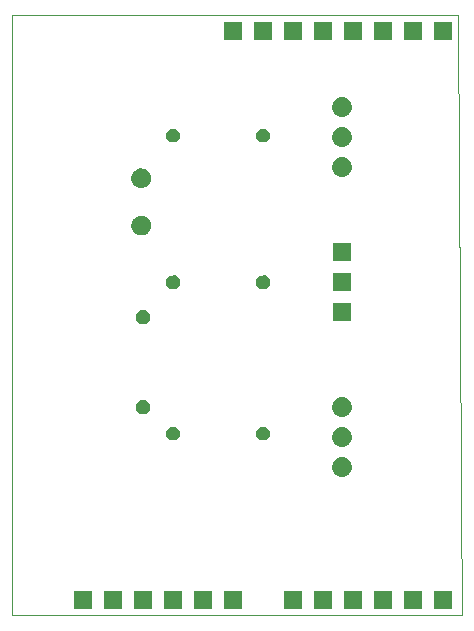
<source format=gts>
G75*
G71*
%OFA0B0*%
%FSLAX23Y23*%
%IPPOS*%
%LPD*%
%ADD10C,0.1*%
%LPD*%D10*
X0Y0D02*
X0Y100D01*
X0Y200D01*
X0Y300D01*
X0Y400D01*
X0Y500D01*
X0Y600D01*
X0Y700D01*
X0Y800D01*
X0Y900D01*
X0Y1000D01*
X0Y1100D01*
X0Y1200D01*
X0Y1300D01*
X0Y1400D01*
X0Y1500D01*
X0Y1600D01*
X0Y1700D01*
X0Y1800D01*
X0Y1900D01*
X0Y2000D01*
X0Y2100D01*
X0Y2200D01*
X0Y2300D01*
X0Y2400D01*
X0Y2500D01*
X0Y2600D01*
X0Y2700D01*
X0Y2800D01*
X0Y2900D01*
X0Y3000D01*
X0Y3100D01*
X0Y3200D01*
X0Y3300D01*
X0Y3400D01*
X0Y3500D01*
X0Y3600D01*
X0Y3700D01*
X0Y3800D01*
X0Y3900D01*
X0Y4000D01*
X0Y4100D01*
X0Y4200D01*
X0Y4300D01*
X0Y4400D01*
X0Y4500D01*
X0Y4600D01*
X0Y4700D01*
X0Y4800D01*
X0Y4900D01*
X0Y5000D01*
X0Y5100D01*
X0Y5200D01*
X0Y5300D01*
X0Y5400D01*
X0Y5500D01*
X0Y5600D01*
X0Y5700D01*
X0Y5800D01*
X0Y5900D01*
X0Y6000D01*
X0Y6100D01*
X0Y6200D01*
X0Y6300D01*
X0Y6400D01*
X0Y6500D01*
X0Y6600D01*
X0Y6700D01*
X0Y6800D01*
X0Y6900D01*
X0Y7000D01*
X0Y7100D01*
X0Y7200D01*
X0Y7300D01*
X0Y7400D01*
X0Y7500D01*
X0Y7600D01*
X0Y7700D01*
X0Y7800D01*
X0Y7900D01*
X0Y8000D01*
X0Y8100D01*
X0Y8200D01*
X0Y8300D01*
X0Y8400D01*
X0Y8500D01*
X0Y8600D01*
X0Y8700D01*
X0Y8800D01*
X0Y8900D01*
X0Y9000D01*
X0Y9100D01*
X0Y9200D01*
X0Y9300D01*
X0Y9400D01*
X0Y9500D01*
X0Y9600D01*
X0Y9700D01*
X0Y9800D01*
X0Y9900D01*
X0Y10000D01*
X0Y10100D01*
X0Y10200D01*
X0Y10300D01*
X0Y10400D01*
X0Y10500D01*
X0Y10600D01*
X0Y10700D01*
X0Y10800D01*
X0Y10900D01*
X0Y11000D01*
X0Y11100D01*
X0Y11200D01*
X0Y11300D01*
X0Y11400D01*
X0Y11500D01*
X0Y11600D01*
X0Y11700D01*
X0Y11800D01*
X0Y11900D01*
X0Y12000D01*
X0Y12100D01*
X0Y12200D01*
X0Y12300D01*
X0Y12400D01*
X0Y12500D01*
X0Y12600D01*
X0Y12700D01*
X0Y12800D01*
X0Y12900D01*
X0Y13000D01*
X0Y13100D01*
X0Y13200D01*
X0Y13300D01*
X0Y13400D01*
X0Y13500D01*
X0Y13600D01*
X0Y13700D01*
X0Y13800D01*
X0Y13900D01*
X0Y14000D01*
X0Y14100D01*
X0Y14200D01*
X0Y14300D01*
X0Y14400D01*
X0Y14500D01*
X0Y14600D01*
X0Y14700D01*
X0Y14800D01*
X0Y14900D01*
X0Y15000D01*
X0Y15100D01*
X0Y15200D01*
X0Y15300D01*
X0Y15400D01*
X0Y15500D01*
X0Y15600D01*
X0Y15700D01*
X0Y15800D01*
X0Y15900D01*
X0Y16000D01*
X0Y16100D01*
X0Y16200D01*
X0Y16300D01*
X0Y16400D01*
X0Y16500D01*
X0Y16600D01*
X0Y16700D01*
X0Y16800D01*
X0Y16900D01*
X0Y17000D01*
X0Y17100D01*
X0Y17200D01*
X0Y17300D01*
X0Y17400D01*
X0Y17500D01*
X0Y17600D01*
X0Y17700D01*
X0Y17800D01*
X0Y17900D01*
X0Y18000D01*
X0Y18100D01*
X0Y18200D01*
X0Y18300D01*
X0Y18400D01*
X0Y18500D01*
X0Y18600D01*
X0Y18700D01*
X0Y18800D01*
X0Y18900D01*
X0Y19000D01*
X0Y19100D01*
X0Y19200D01*
X0Y19300D01*
X0Y19400D01*
X0Y19500D01*
X0Y19600D01*
X0Y19700D01*
X0Y19800D01*
X0Y19900D01*
X0Y20000D01*
X0Y20100D01*
X0Y20200D01*
X0Y20300D01*
X0Y20400D01*
X0Y20500D01*
X0Y20600D01*
X0Y20700D01*
X0Y20800D01*
X0Y20900D01*
X0Y21000D01*
X0Y21100D01*
X0Y21200D01*
X0Y21300D01*
X0Y21400D01*
X0Y21500D01*
X0Y21600D01*
X0Y21700D01*
X0Y21800D01*
X0Y21900D01*
X0Y22000D01*
X0Y22100D01*
X0Y22200D01*
X0Y22300D01*
X0Y22400D01*
X0Y22500D01*
X0Y22600D01*
X0Y22700D01*
X0Y22800D01*
X0Y22900D01*
X0Y23000D01*
X0Y23100D01*
X0Y23200D01*
X0Y23300D01*
X0Y23400D01*
X0Y23500D01*
X0Y23600D01*
X0Y23700D01*
X0Y23800D01*
X0Y23900D01*
X0Y24000D01*
X0Y24100D01*
X0Y24200D01*
X0Y24300D01*
X0Y24400D01*
X0Y24500D01*
X0Y24600D01*
X0Y24700D01*
X0Y24800D01*
X0Y24900D01*
X0Y25000D01*
X0Y25100D01*
X0Y25200D01*
X0Y25300D01*
X0Y25400D01*
X0Y25500D01*
X0Y25600D01*
X0Y25700D01*
X0Y25800D01*
X0Y25900D01*
X0Y26000D01*
X0Y26100D01*
X0Y26200D01*
X0Y26300D01*
X0Y26400D01*
X0Y26500D01*
X0Y26600D01*
X0Y26700D01*
X0Y26800D01*
X0Y26900D01*
X0Y27000D01*
X0Y27100D01*
X0Y27200D01*
X0Y27300D01*
X0Y27400D01*
X0Y27500D01*
X0Y27600D01*
X0Y27700D01*
X0Y27800D01*
X0Y27900D01*
X0Y28000D01*
X0Y28100D01*
X0Y28200D01*
X0Y28300D01*
X0Y28400D01*
X0Y28500D01*
X0Y28600D01*
X0Y28700D01*
X0Y28800D01*
X0Y28900D01*
X0Y29000D01*
X0Y29100D01*
X0Y29200D01*
X0Y29300D01*
X0Y29400D01*
X0Y29500D01*
X0Y29600D01*
X0Y29700D01*
X0Y29800D01*
X0Y29900D01*
X0Y30000D01*
X0Y30100D01*
X0Y30200D01*
X0Y30300D01*
X0Y30400D01*
X0Y30500D01*
X0Y30600D01*
X0Y30700D01*
X0Y30800D01*
X0Y30900D01*
X0Y31000D01*
X0Y31100D01*
X0Y31200D01*
X0Y31300D01*
X0Y31400D01*
X0Y31500D01*
X0Y31600D01*
X0Y31700D01*
X0Y31800D01*
X0Y31900D01*
X0Y32000D01*
X0Y32100D01*
X0Y32200D01*
X0Y32300D01*
X0Y32400D01*
X0Y32500D01*
X0Y32600D01*
X0Y32700D01*
X0Y32800D01*
X0Y32900D01*
X0Y33000D01*
X0Y33100D01*
X0Y33200D01*
X0Y33300D01*
X0Y33400D01*
X0Y33500D01*
X0Y33600D01*
X0Y33700D01*
X0Y33800D01*
X0Y33900D01*
X0Y34000D01*
X0Y34100D01*
X0Y34200D01*
X0Y34300D01*
X0Y34400D01*
X0Y34500D01*
X0Y34600D01*
X0Y34700D01*
X0Y34800D01*
X0Y34900D01*
X0Y35000D01*
X0Y35100D01*
X0Y35200D01*
X0Y35300D01*
X0Y35400D01*
X0Y35500D01*
X0Y35600D01*
X0Y35700D01*
X0Y35800D01*
X0Y35900D01*
X0Y36000D01*
X0Y36100D01*
X0Y36200D01*
X0Y36300D01*
X0Y36400D01*
X0Y36500D01*
X0Y36600D01*
X0Y36700D01*
X0Y36800D01*
X0Y36900D01*
X0Y37000D01*
X0Y37100D01*
X0Y37200D01*
X0Y37300D01*
X0Y37400D01*
X0Y37500D01*
X0Y37600D01*
X0Y37700D01*
X0Y37800D01*
X0Y37900D01*
X0Y38000D01*
X0Y38100D01*
X0Y38200D01*
X0Y38300D01*
X0Y38400D01*
X0Y38500D01*
X0Y38600D01*
X0Y38700D01*
X0Y38800D01*
X0Y38900D01*
X0Y39000D01*
X0Y39100D01*
X0Y39200D01*
X0Y39300D01*
X0Y39400D01*
X0Y39500D01*
X0Y39600D01*
X0Y39700D01*
X0Y39800D01*
X0Y39900D01*
X0Y40000D01*
X0Y40100D01*
X0Y40200D01*
X0Y40300D01*
X0Y40400D01*
X0Y40500D01*
X0Y40600D01*
X0Y40700D01*
X0Y40800D01*
X0Y40900D01*
X0Y41000D01*
X0Y41100D01*
X0Y41200D01*
X0Y41300D01*
X0Y41400D01*
X0Y41500D01*
X0Y41600D01*
X0Y41700D01*
X0Y41800D01*
X0Y41900D01*
X0Y42000D01*
X0Y42100D01*
X0Y42200D01*
X0Y42300D01*
X0Y42400D01*
X0Y42500D01*
X0Y42600D01*
X0Y42700D01*
X0Y42800D01*
X0Y42900D01*
X0Y43000D01*
X0Y43100D01*
X0Y43200D01*
X0Y43300D01*
X0Y43400D01*
X0Y43500D01*
X0Y43600D01*
X0Y43700D01*
X0Y43800D01*
X0Y43900D01*
X0Y44000D01*
X0Y44100D01*
X0Y44200D01*
X0Y44300D01*
X0Y44400D01*
X0Y44500D01*
X0Y44600D01*
X0Y44700D01*
X0Y44800D01*
X0Y44900D01*
X0Y45000D01*
X0Y45100D01*
X0Y45200D01*
X0Y45300D01*
X0Y45400D01*
X0Y45500D01*
X0Y45600D01*
X0Y45700D01*
X0Y45800D01*
X0Y45900D01*
X0Y46000D01*
X0Y46100D01*
X0Y46200D01*
X0Y46300D01*
X0Y46400D01*
X0Y46500D01*
X0Y46600D01*
X0Y46700D01*
X0Y46800D01*
X0Y46900D01*
X0Y47000D01*
X0Y47100D01*
X0Y47200D01*
X0Y47300D01*
X0Y47400D01*
X0Y47500D01*
X0Y47600D01*
X0Y47700D01*
X0Y47800D01*
X0Y47900D01*
X0Y48000D01*
X0Y48100D01*
X0Y48200D01*
X0Y48300D01*
X0Y48400D01*
X0Y48500D01*
X0Y48600D01*
X0Y48700D01*
X0Y48800D01*
X0Y48900D01*
X0Y49000D01*
X0Y49100D01*
X0Y49200D01*
X0Y49300D01*
X0Y49400D01*
X0Y49500D01*
X0Y49600D01*
X0Y49700D01*
X0Y49800D01*
X0Y49900D01*
X0Y50000D01*
X0Y50100D01*
X0Y50200D01*
X0Y50300D01*
X0Y50400D01*
X0Y50500D01*
X0Y50600D01*
X0Y50700D01*
X0Y50800D01*
X100Y50800D01*
X200Y50800D01*
X300Y50800D01*
X400Y50800D01*
X500Y50800D01*
X600Y50800D01*
X699Y50800D01*
X799Y50800D01*
X899Y50800D01*
X999Y50800D01*
X1099Y50800D01*
X1199Y50800D01*
X1299Y50800D01*
X1399Y50800D01*
X1499Y50800D01*
X1599Y50800D01*
X1699Y50800D01*
X1799Y50800D01*
X1899Y50800D01*
X1999Y50800D01*
X2098Y50800D01*
X2198Y50800D01*
X2298Y50800D01*
X2398Y50800D01*
X2498Y50800D01*
X2598Y50800D01*
X2698Y50800D01*
X2798Y50800D01*
X2898Y50800D01*
X2998Y50800D01*
X3098Y50800D01*
X3198Y50800D01*
X3298Y50800D01*
X3397Y50800D01*
X3497Y50800D01*
X3597Y50800D01*
X3697Y50800D01*
X3797Y50800D01*
X3897Y50800D01*
X3997Y50800D01*
X4097Y50800D01*
X4197Y50800D01*
X4297Y50800D01*
X4397Y50800D01*
X4497Y50800D01*
X4597Y50800D01*
X4696Y50800D01*
X4796Y50800D01*
X4896Y50800D01*
X4996Y50800D01*
X5096Y50800D01*
X5196Y50800D01*
X5296Y50800D01*
X5396Y50800D01*
X5496Y50800D01*
X5596Y50800D01*
X5696Y50800D01*
X5796Y50800D01*
X5896Y50800D01*
X5995Y50800D01*
X6095Y50800D01*
X6195Y50800D01*
X6295Y50800D01*
X6395Y50800D01*
X6495Y50800D01*
X6595Y50800D01*
X6695Y50800D01*
X6795Y50800D01*
X6895Y50800D01*
X6995Y50800D01*
X7095Y50800D01*
X7195Y50800D01*
X7295Y50800D01*
X7394Y50800D01*
X7494Y50800D01*
X7594Y50800D01*
X7694Y50800D01*
X7794Y50800D01*
X7894Y50800D01*
X7994Y50800D01*
X8094Y50800D01*
X8194Y50800D01*
X8294Y50800D01*
X8394Y50800D01*
X8494Y50800D01*
X8594Y50800D01*
X8693Y50800D01*
X8793Y50800D01*
X8893Y50800D01*
X8993Y50800D01*
X9093Y50800D01*
X9193Y50800D01*
X9293Y50800D01*
X9393Y50800D01*
X9493Y50800D01*
X9593Y50800D01*
X9693Y50800D01*
X9793Y50800D01*
X9893Y50800D01*
X9992Y50800D01*
X10092Y50800D01*
X10192Y50800D01*
X10292Y50800D01*
X10392Y50800D01*
X10492Y50800D01*
X10592Y50800D01*
X10692Y50800D01*
X10792Y50800D01*
X10892Y50800D01*
X10992Y50800D01*
X11092Y50800D01*
X11192Y50800D01*
X11292Y50800D01*
X11391Y50800D01*
X11491Y50800D01*
X11591Y50800D01*
X11691Y50800D01*
X11791Y50800D01*
X11891Y50800D01*
X11991Y50800D01*
X12091Y50800D01*
X12191Y50800D01*
X12291Y50800D01*
X12391Y50800D01*
X12491Y50800D01*
X12591Y50800D01*
X12690Y50800D01*
X12790Y50800D01*
X12890Y50800D01*
X12990Y50800D01*
X13090Y50800D01*
X13190Y50800D01*
X13290Y50800D01*
X13390Y50800D01*
X13490Y50800D01*
X13590Y50800D01*
X13690Y50800D01*
X13790Y50800D01*
X13890Y50800D01*
X13989Y50800D01*
X14089Y50800D01*
X14189Y50800D01*
X14289Y50800D01*
X14389Y50800D01*
X14489Y50800D01*
X14589Y50800D01*
X14689Y50800D01*
X14789Y50800D01*
X14889Y50800D01*
X14989Y50800D01*
X15089Y50800D01*
X15189Y50800D01*
X15289Y50800D01*
X15388Y50800D01*
X15488Y50800D01*
X15588Y50800D01*
X15688Y50800D01*
X15788Y50800D01*
X15888Y50800D01*
X15988Y50800D01*
X16088Y50800D01*
X16188Y50800D01*
X16288Y50800D01*
X16388Y50800D01*
X16488Y50800D01*
X16588Y50800D01*
X16687Y50800D01*
X16787Y50800D01*
X16887Y50800D01*
X16987Y50800D01*
X17087Y50800D01*
X17187Y50800D01*
X17287Y50800D01*
X17387Y50800D01*
X17487Y50800D01*
X17587Y50800D01*
X17687Y50800D01*
X17787Y50800D01*
X17887Y50800D01*
X17987Y50800D01*
X18086Y50800D01*
X18186Y50800D01*
X18286Y50800D01*
X18386Y50800D01*
X18486Y50800D01*
X18586Y50800D01*
X18686Y50800D01*
X18786Y50800D01*
X18886Y50800D01*
X18986Y50800D01*
X19086Y50800D01*
X19186Y50800D01*
X19286Y50800D01*
X19385Y50800D01*
X19485Y50800D01*
X19585Y50800D01*
X19685Y50800D01*
X19785Y50800D01*
X19885Y50800D01*
X19985Y50800D01*
X20085Y50800D01*
X20185Y50800D01*
X20285Y50800D01*
X20385Y50800D01*
X20485Y50800D01*
X20585Y50800D01*
X20684Y50800D01*
X20784Y50800D01*
X20884Y50800D01*
X20984Y50800D01*
X21084Y50800D01*
X21184Y50800D01*
X21284Y50800D01*
X21384Y50800D01*
X21484Y50800D01*
X21584Y50800D01*
X21684Y50800D01*
X21784Y50800D01*
X21884Y50800D01*
X21984Y50800D01*
X22083Y50800D01*
X22183Y50800D01*
X22283Y50800D01*
X22383Y50800D01*
X22483Y50800D01*
X22583Y50800D01*
X22683Y50800D01*
X22783Y50800D01*
X22883Y50800D01*
X22983Y50800D01*
X23083Y50800D01*
X23183Y50800D01*
X23283Y50800D01*
X23382Y50800D01*
X23482Y50800D01*
X23582Y50800D01*
X23682Y50800D01*
X23782Y50800D01*
X23882Y50800D01*
X23982Y50800D01*
X24082Y50800D01*
X24182Y50800D01*
X24282Y50800D01*
X24382Y50800D01*
X24482Y50800D01*
X24582Y50800D01*
X24682Y50800D01*
X24781Y50800D01*
X24881Y50800D01*
X24981Y50800D01*
X25081Y50800D01*
X25181Y50800D01*
X25281Y50800D01*
X25381Y50800D01*
X25481Y50800D01*
X25581Y50800D01*
X25681Y50800D01*
X25781Y50800D01*
X25881Y50800D01*
X25981Y50800D01*
X26080Y50800D01*
X26180Y50800D01*
X26280Y50800D01*
X26380Y50800D01*
X26480Y50800D01*
X26580Y50800D01*
X26680Y50800D01*
X26780Y50800D01*
X26880Y50800D01*
X26980Y50800D01*
X27080Y50800D01*
X27180Y50800D01*
X27280Y50800D01*
X27379Y50800D01*
X27479Y50800D01*
X27579Y50800D01*
X27679Y50800D01*
X27779Y50800D01*
X27879Y50800D01*
X27979Y50800D01*
X28079Y50800D01*
X28179Y50800D01*
X28279Y50800D01*
X28379Y50800D01*
X28479Y50800D01*
X28579Y50800D01*
X28679Y50800D01*
X28778Y50800D01*
X28878Y50800D01*
X28978Y50800D01*
X29078Y50800D01*
X29178Y50800D01*
X29278Y50800D01*
X29378Y50800D01*
X29478Y50800D01*
X29578Y50800D01*
X29678Y50800D01*
X29778Y50800D01*
X29878Y50800D01*
X29978Y50800D01*
X30077Y50800D01*
X30177Y50800D01*
X30277Y50800D01*
X30377Y50800D01*
X30477Y50800D01*
X30577Y50800D01*
X30677Y50800D01*
X30777Y50800D01*
X30877Y50800D01*
X30977Y50800D01*
X31077Y50800D01*
X31177Y50800D01*
X31277Y50800D01*
X31377Y50800D01*
X31476Y50800D01*
X31576Y50800D01*
X31676Y50800D01*
X31776Y50800D01*
X31876Y50800D01*
X31976Y50800D01*
X32076Y50800D01*
X32176Y50800D01*
X32276Y50800D01*
X32376Y50800D01*
X32476Y50800D01*
X32576Y50800D01*
X32676Y50800D01*
X32775Y50800D01*
X32875Y50800D01*
X32975Y50800D01*
X33075Y50800D01*
X33175Y50800D01*
X33275Y50800D01*
X33375Y50800D01*
X33475Y50800D01*
X33575Y50800D01*
X33675Y50800D01*
X33775Y50800D01*
X33875Y50800D01*
X33975Y50800D01*
X34075Y50800D01*
X34174Y50800D01*
X34274Y50800D01*
X34374Y50800D01*
X34474Y50800D01*
X34574Y50800D01*
X34674Y50800D01*
X34774Y50800D01*
X34874Y50800D01*
X34974Y50800D01*
X35074Y50800D01*
X35174Y50800D01*
X35274Y50800D01*
X35374Y50800D01*
X35473Y50800D01*
X35573Y50800D01*
X35673Y50800D01*
X35773Y50800D01*
X35873Y50800D01*
X35973Y50800D01*
X36073Y50800D01*
X36173Y50800D01*
X36273Y50800D01*
X36373Y50800D01*
X36473Y50800D01*
X36573Y50800D01*
X36673Y50800D01*
X36773Y50800D01*
X36872Y50800D01*
X36972Y50800D01*
X37072Y50800D01*
X37172Y50800D01*
X37272Y50800D01*
X37372Y50800D01*
X37472Y50800D01*
X37572Y50800D01*
X37672Y50800D01*
X37772Y50800D01*
X37772Y50700D01*
X37773Y50600D01*
X37774Y50501D01*
X37774Y50401D01*
X37775Y50301D01*
X37776Y50201D01*
X37776Y50101D01*
X37777Y50002D01*
X37778Y49902D01*
X37778Y49802D01*
X37779Y49702D01*
X37780Y49602D01*
X37780Y49503D01*
X37781Y49403D01*
X37782Y49303D01*
X37782Y49203D01*
X37783Y49103D01*
X37783Y49004D01*
X37784Y48904D01*
X37785Y48804D01*
X37785Y48704D01*
X37786Y48604D01*
X37787Y48505D01*
X37787Y48405D01*
X37788Y48305D01*
X37789Y48205D01*
X37789Y48105D01*
X37790Y48006D01*
X37791Y47906D01*
X37791Y47806D01*
X37792Y47706D01*
X37792Y47606D01*
X37793Y47507D01*
X37794Y47407D01*
X37794Y47307D01*
X37795Y47207D01*
X37796Y47107D01*
X37796Y47007D01*
X37797Y46908D01*
X37798Y46808D01*
X37798Y46708D01*
X37799Y46608D01*
X37800Y46508D01*
X37800Y46409D01*
X37801Y46309D01*
X37801Y46209D01*
X37802Y46109D01*
X37803Y46009D01*
X37803Y45910D01*
X37804Y45810D01*
X37805Y45710D01*
X37805Y45610D01*
X37806Y45510D01*
X37807Y45411D01*
X37807Y45311D01*
X37808Y45211D01*
X37809Y45111D01*
X37809Y45011D01*
X37810Y44912D01*
X37811Y44812D01*
X37811Y44712D01*
X37812Y44612D01*
X37812Y44512D01*
X37813Y44413D01*
X37814Y44313D01*
X37814Y44213D01*
X37815Y44113D01*
X37816Y44013D01*
X37816Y43914D01*
X37817Y43814D01*
X37818Y43714D01*
X37818Y43614D01*
X37819Y43514D01*
X37820Y43415D01*
X37820Y43315D01*
X37821Y43215D01*
X37821Y43115D01*
X37822Y43015D01*
X37823Y42916D01*
X37823Y42816D01*
X37824Y42716D01*
X37825Y42616D01*
X37825Y42516D01*
X37826Y42417D01*
X37827Y42317D01*
X37827Y42217D01*
X37828Y42117D01*
X37829Y42017D01*
X37829Y41918D01*
X37830Y41818D01*
X37831Y41718D01*
X37831Y41618D01*
X37832Y41518D01*
X37832Y41419D01*
X37833Y41319D01*
X37834Y41219D01*
X37834Y41119D01*
X37835Y41019D01*
X37836Y40920D01*
X37836Y40820D01*
X37837Y40720D01*
X37838Y40620D01*
X37838Y40520D01*
X37839Y40420D01*
X37840Y40321D01*
X37840Y40221D01*
X37841Y40121D01*
X37841Y40021D01*
X37842Y39921D01*
X37843Y39822D01*
X37843Y39722D01*
X37844Y39622D01*
X37845Y39522D01*
X37845Y39422D01*
X37846Y39323D01*
X37847Y39223D01*
X37847Y39123D01*
X37848Y39023D01*
X37849Y38923D01*
X37849Y38824D01*
X37850Y38724D01*
X37850Y38624D01*
X37851Y38524D01*
X37852Y38424D01*
X37852Y38325D01*
X37853Y38225D01*
X37854Y38125D01*
X37854Y38025D01*
X37855Y37925D01*
X37856Y37826D01*
X37856Y37726D01*
X37857Y37626D01*
X37858Y37526D01*
X37858Y37426D01*
X37859Y37327D01*
X37860Y37227D01*
X37860Y37127D01*
X37861Y37027D01*
X37861Y36927D01*
X37862Y36828D01*
X37863Y36728D01*
X37863Y36628D01*
X37864Y36528D01*
X37865Y36428D01*
X37865Y36329D01*
X37866Y36229D01*
X37867Y36129D01*
X37867Y36029D01*
X37868Y35929D01*
X37869Y35830D01*
X37869Y35730D01*
X37870Y35630D01*
X37870Y35530D01*
X37871Y35430D01*
X37872Y35331D01*
X37872Y35231D01*
X37873Y35131D01*
X37874Y35031D01*
X37874Y34931D01*
X37875Y34832D01*
X37876Y34732D01*
X37876Y34632D01*
X37877Y34532D01*
X37878Y34432D01*
X37878Y34332D01*
X37879Y34233D01*
X37880Y34133D01*
X37880Y34033D01*
X37881Y33933D01*
X37881Y33833D01*
X37882Y33734D01*
X37883Y33634D01*
X37883Y33534D01*
X37884Y33434D01*
X37885Y33334D01*
X37885Y33235D01*
X37886Y33135D01*
X37887Y33035D01*
X37887Y32935D01*
X37888Y32835D01*
X37889Y32736D01*
X37889Y32636D01*
X37890Y32536D01*
X37890Y32436D01*
X37891Y32336D01*
X37892Y32237D01*
X37892Y32137D01*
X37893Y32037D01*
X37894Y31937D01*
X37894Y31837D01*
X37895Y31738D01*
X37896Y31638D01*
X37896Y31538D01*
X37897Y31438D01*
X37898Y31338D01*
X37898Y31239D01*
X37899Y31139D01*
X37899Y31039D01*
X37900Y30939D01*
X37901Y30839D01*
X37901Y30740D01*
X37902Y30640D01*
X37903Y30540D01*
X37903Y30440D01*
X37904Y30340D01*
X37905Y30241D01*
X37905Y30141D01*
X37906Y30041D01*
X37907Y29941D01*
X37907Y29841D01*
X37908Y29742D01*
X37909Y29642D01*
X37909Y29542D01*
X37910Y29442D01*
X37910Y29342D01*
X37911Y29243D01*
X37912Y29143D01*
X37912Y29043D01*
X37913Y28943D01*
X37914Y28843D01*
X37914Y28744D01*
X37915Y28644D01*
X37916Y28544D01*
X37916Y28444D01*
X37917Y28344D01*
X37918Y28245D01*
X37918Y28145D01*
X37919Y28045D01*
X37919Y27945D01*
X37920Y27845D01*
X37921Y27745D01*
X37921Y27646D01*
X37922Y27546D01*
X37923Y27446D01*
X37923Y27346D01*
X37924Y27246D01*
X37925Y27147D01*
X37925Y27047D01*
X37926Y26947D01*
X37927Y26847D01*
X37927Y26747D01*
X37928Y26648D01*
X37929Y26548D01*
X37929Y26448D01*
X37930Y26348D01*
X37930Y26248D01*
X37931Y26149D01*
X37932Y26049D01*
X37932Y25949D01*
X37933Y25849D01*
X37934Y25749D01*
X37934Y25650D01*
X37935Y25550D01*
X37936Y25450D01*
X37936Y25350D01*
X37937Y25250D01*
X37938Y25151D01*
X37938Y25051D01*
X37939Y24951D01*
X37939Y24851D01*
X37940Y24751D01*
X37941Y24652D01*
X37941Y24552D01*
X37942Y24452D01*
X37943Y24352D01*
X37943Y24252D01*
X37944Y24153D01*
X37945Y24053D01*
X37945Y23953D01*
X37946Y23853D01*
X37947Y23753D01*
X37947Y23654D01*
X37948Y23554D01*
X37948Y23454D01*
X37949Y23354D01*
X37950Y23254D01*
X37950Y23155D01*
X37951Y23055D01*
X37952Y22955D01*
X37952Y22855D01*
X37953Y22755D01*
X37954Y22656D01*
X37954Y22556D01*
X37955Y22456D01*
X37956Y22356D01*
X37956Y22256D01*
X37957Y22157D01*
X37958Y22057D01*
X37958Y21957D01*
X37959Y21857D01*
X37959Y21757D01*
X37960Y21657D01*
X37961Y21558D01*
X37961Y21458D01*
X37962Y21358D01*
X37963Y21258D01*
X37963Y21158D01*
X37964Y21059D01*
X37965Y20959D01*
X37965Y20859D01*
X37966Y20759D01*
X37967Y20659D01*
X37967Y20560D01*
X37968Y20460D01*
X37968Y20360D01*
X37969Y20260D01*
X37970Y20160D01*
X37970Y20061D01*
X37971Y19961D01*
X37972Y19861D01*
X37972Y19761D01*
X37973Y19661D01*
X37974Y19562D01*
X37974Y19462D01*
X37975Y19362D01*
X37976Y19262D01*
X37976Y19162D01*
X37977Y19063D01*
X37978Y18963D01*
X37978Y18863D01*
X37979Y18763D01*
X37979Y18663D01*
X37980Y18564D01*
X37981Y18464D01*
X37981Y18364D01*
X37982Y18264D01*
X37983Y18164D01*
X37983Y18065D01*
X37984Y17965D01*
X37985Y17865D01*
X37985Y17765D01*
X37986Y17665D01*
X37987Y17566D01*
X37987Y17466D01*
X37988Y17366D01*
X37988Y17266D01*
X37989Y17166D01*
X37990Y17067D01*
X37990Y16967D01*
X37991Y16867D01*
X37992Y16767D01*
X37992Y16667D01*
X37993Y16568D01*
X37994Y16468D01*
X37994Y16368D01*
X37995Y16268D01*
X37996Y16168D01*
X37996Y16068D01*
X37997Y15969D01*
X37997Y15869D01*
X37998Y15769D01*
X37999Y15669D01*
X37999Y15569D01*
X38000Y15470D01*
X38001Y15370D01*
X38001Y15270D01*
X38002Y15170D01*
X38003Y15070D01*
X38003Y14971D01*
X38004Y14871D01*
X38005Y14771D01*
X38005Y14671D01*
X38006Y14571D01*
X38007Y14472D01*
X38007Y14372D01*
X38008Y14272D01*
X38008Y14172D01*
X38009Y14072D01*
X38010Y13973D01*
X38010Y13873D01*
X38011Y13773D01*
X38012Y13673D01*
X38012Y13573D01*
X38013Y13474D01*
X38014Y13374D01*
X38014Y13274D01*
X38015Y13174D01*
X38016Y13074D01*
X38016Y12975D01*
X38017Y12875D01*
X38017Y12775D01*
X38018Y12675D01*
X38019Y12575D01*
X38019Y12476D01*
X38020Y12376D01*
X38021Y12276D01*
X38021Y12176D01*
X38022Y12076D01*
X38023Y11977D01*
X38023Y11877D01*
X38024Y11777D01*
X38025Y11677D01*
X38025Y11577D01*
X38026Y11478D01*
X38027Y11378D01*
X38027Y11278D01*
X38028Y11178D01*
X38028Y11078D01*
X38029Y10979D01*
X38030Y10879D01*
X38030Y10779D01*
X38031Y10679D01*
X38032Y10579D01*
X38032Y10479D01*
X38033Y10380D01*
X38034Y10280D01*
X38034Y10180D01*
X38035Y10080D01*
X38036Y9980D01*
X38036Y9881D01*
X38037Y9781D01*
X38037Y9681D01*
X38038Y9581D01*
X38039Y9481D01*
X38039Y9382D01*
X38040Y9282D01*
X38041Y9182D01*
X38041Y9082D01*
X38042Y8982D01*
X38043Y8883D01*
X38043Y8783D01*
X38044Y8683D01*
X38045Y8583D01*
X38045Y8483D01*
X38046Y8384D01*
X38046Y8284D01*
X38047Y8184D01*
X38048Y8084D01*
X38048Y7984D01*
X38049Y7885D01*
X38050Y7785D01*
X38050Y7685D01*
X38051Y7585D01*
X38052Y7485D01*
X38052Y7386D01*
X38053Y7286D01*
X38054Y7186D01*
X38054Y7086D01*
X38055Y6986D01*
X38056Y6887D01*
X38056Y6787D01*
X38057Y6687D01*
X38057Y6587D01*
X38058Y6487D01*
X38059Y6388D01*
X38059Y6288D01*
X38060Y6188D01*
X38061Y6088D01*
X38061Y5988D01*
X38062Y5889D01*
X38063Y5789D01*
X38063Y5689D01*
X38064Y5589D01*
X38065Y5489D01*
X38065Y5389D01*
X38066Y5290D01*
X38066Y5190D01*
X38067Y5090D01*
X38068Y4990D01*
X38068Y4890D01*
X38069Y4791D01*
X38070Y4691D01*
X38070Y4591D01*
X38071Y4491D01*
X38072Y4391D01*
X38072Y4292D01*
X38073Y4192D01*
X38074Y4092D01*
X38074Y3992D01*
X38075Y3892D01*
X38076Y3793D01*
X38076Y3693D01*
X38077Y3593D01*
X38077Y3493D01*
X38078Y3393D01*
X38079Y3294D01*
X38079Y3194D01*
X38080Y3094D01*
X38081Y2994D01*
X38081Y2894D01*
X38082Y2795D01*
X38083Y2695D01*
X38083Y2595D01*
X38084Y2495D01*
X38085Y2395D01*
X38085Y2296D01*
X38086Y2196D01*
X38086Y2096D01*
X38087Y1996D01*
X38088Y1896D01*
X38088Y1797D01*
X38089Y1697D01*
X38090Y1597D01*
X38090Y1497D01*
X38091Y1397D01*
X38092Y1298D01*
X38092Y1198D01*
X38093Y1098D01*
X38094Y998D01*
X38094Y898D01*
X38095Y798D01*
X38095Y699D01*
X38096Y599D01*
X38097Y499D01*
X38097Y399D01*
X38098Y299D01*
X38099Y200D01*
X38099Y100D01*
X38100Y0D01*
X38000Y0D01*
X37900Y0D01*
X37800Y0D01*
X37700Y0D01*
X37600Y0D01*
X37500Y0D01*
X37400Y0D01*
X37300Y0D01*
X37200Y0D01*
X37100Y0D01*
X37000Y0D01*
X36900Y0D01*
X36800Y0D01*
X36700Y0D01*
X36600Y0D01*
X36500Y0D01*
X36400Y0D01*
X36300Y0D01*
X36200Y0D01*
X36100Y0D01*
X36000Y0D01*
X35900Y0D01*
X35800Y0D01*
X35700Y0D01*
X35600Y0D01*
X35500Y0D01*
X35400Y0D01*
X35300Y0D01*
X35200Y0D01*
X35100Y0D01*
X35000Y0D01*
X34900Y0D01*
X34800Y0D01*
X34700Y0D01*
X34600Y0D01*
X34500Y0D01*
X34400Y0D01*
X34300Y0D01*
X34200Y0D01*
X34100Y0D01*
X34000Y0D01*
X33900Y0D01*
X33800Y0D01*
X33700Y0D01*
X33600Y0D01*
X33500Y0D01*
X33400Y0D01*
X33300Y0D01*
X33200Y0D01*
X33100Y0D01*
X33000Y0D01*
X32900Y0D01*
X32800Y0D01*
X32700Y0D01*
X32600Y0D01*
X32500Y0D01*
X32400Y0D01*
X32300Y0D01*
X32200Y0D01*
X32100Y0D01*
X32000Y0D01*
X31900Y0D01*
X31800Y0D01*
X31700Y0D01*
X31600Y0D01*
X31500Y0D01*
X31400Y0D01*
X31300Y0D01*
X31200Y0D01*
X31100Y0D01*
X31000Y0D01*
X30900Y0D01*
X30800Y0D01*
X30700Y0D01*
X30600Y0D01*
X30500Y0D01*
X30400Y0D01*
X30300Y0D01*
X30200Y0D01*
X30100Y0D01*
X30000Y0D01*
X29900Y0D01*
X29800Y0D01*
X29700Y0D01*
X29600Y0D01*
X29500Y0D01*
X29400Y0D01*
X29300Y0D01*
X29200Y0D01*
X29100Y0D01*
X29000Y0D01*
X28900Y0D01*
X28800Y0D01*
X28700Y0D01*
X28600Y0D01*
X28500Y0D01*
X28400Y0D01*
X28300Y0D01*
X28200Y0D01*
X28100Y0D01*
X28000Y0D01*
X27900Y0D01*
X27800Y0D01*
X27700Y0D01*
X27600Y0D01*
X27500Y0D01*
X27400Y0D01*
X27300Y0D01*
X27200Y0D01*
X27100Y0D01*
X27000Y0D01*
X26900Y0D01*
X26800Y0D01*
X26700Y0D01*
X26600Y0D01*
X26500Y0D01*
X26400Y0D01*
X26300Y0D01*
X26200Y0D01*
X26100Y0D01*
X26000Y0D01*
X25900Y0D01*
X25800Y0D01*
X25700Y0D01*
X25600Y0D01*
X25500Y0D01*
X25400Y0D01*
X25300Y0D01*
X25200Y0D01*
X25100Y0D01*
X25000Y0D01*
X24900Y0D01*
X24800Y0D01*
X24700Y0D01*
X24600Y0D01*
X24500Y0D01*
X24400Y0D01*
X24300Y0D01*
X24200Y0D01*
X24100Y0D01*
X24000Y0D01*
X23900Y0D01*
X23800Y0D01*
X23700Y0D01*
X23600Y0D01*
X23500Y0D01*
X23400Y0D01*
X23300Y0D01*
X23200Y0D01*
X23100Y0D01*
X23000Y0D01*
X22900Y0D01*
X22800Y0D01*
X22700Y0D01*
X22600Y0D01*
X22500Y0D01*
X22400Y0D01*
X22300Y0D01*
X22200Y0D01*
X22100Y0D01*
X22000Y0D01*
X21900Y0D01*
X21800Y0D01*
X21700Y0D01*
X21600Y0D01*
X21500Y0D01*
X21400Y0D01*
X21300Y0D01*
X21200Y0D01*
X21100Y0D01*
X21000Y0D01*
X20900Y0D01*
X20800Y0D01*
X20700Y0D01*
X20600Y0D01*
X20500Y0D01*
X20400Y0D01*
X20300Y0D01*
X20200Y0D01*
X20100Y0D01*
X20000Y0D01*
X19900Y0D01*
X19800Y0D01*
X19700Y0D01*
X19600Y0D01*
X19500Y0D01*
X19400Y0D01*
X19300Y0D01*
X19200Y0D01*
X19100Y0D01*
X19000Y0D01*
X18900Y0D01*
X18800Y0D01*
X18700Y0D01*
X18600Y0D01*
X18500Y0D01*
X18400Y0D01*
X18300Y0D01*
X18200Y0D01*
X18100Y0D01*
X18000Y0D01*
X17900Y0D01*
X17800Y0D01*
X17700Y0D01*
X17600Y0D01*
X17500Y0D01*
X17400Y0D01*
X17300Y0D01*
X17200Y0D01*
X17100Y0D01*
X17000Y0D01*
X16900Y0D01*
X16800Y0D01*
X16700Y0D01*
X16600Y0D01*
X16500Y0D01*
X16400Y0D01*
X16300Y0D01*
X16200Y0D01*
X16100Y0D01*
X16000Y0D01*
X15900Y0D01*
X15800Y0D01*
X15700Y0D01*
X15600Y0D01*
X15500Y0D01*
X15400Y0D01*
X15300Y0D01*
X15200Y0D01*
X15100Y0D01*
X15000Y0D01*
X14900Y0D01*
X14800Y0D01*
X14700Y0D01*
X14600Y0D01*
X14500Y0D01*
X14400Y0D01*
X14300Y0D01*
X14200Y0D01*
X14100Y0D01*
X14000Y0D01*
X13900Y0D01*
X13800Y0D01*
X13700Y0D01*
X13600Y0D01*
X13500Y0D01*
X13400Y0D01*
X13300Y0D01*
X13200Y0D01*
X13100Y0D01*
X13000Y0D01*
X12900Y0D01*
X12800Y0D01*
X12700Y0D01*
X12600Y0D01*
X12500Y0D01*
X12400Y0D01*
X12300Y0D01*
X12200Y0D01*
X12100Y0D01*
X12000Y0D01*
X11900Y0D01*
X11800Y0D01*
X11700Y0D01*
X11600Y0D01*
X11500Y0D01*
X11400Y0D01*
X11300Y0D01*
X11200Y0D01*
X11100Y0D01*
X11000Y0D01*
X10900Y0D01*
X10800Y0D01*
X10700Y0D01*
X10600Y0D01*
X10500Y0D01*
X10400Y0D01*
X10300Y0D01*
X10200Y0D01*
X10100Y0D01*
X10000Y0D01*
X9900Y0D01*
X9800Y0D01*
X9700Y0D01*
X9600Y0D01*
X9500Y0D01*
X9400Y0D01*
X9300Y0D01*
X9200Y0D01*
X9100Y0D01*
X9000Y0D01*
X8900Y0D01*
X8800Y0D01*
X8700Y0D01*
X8600Y0D01*
X8500Y0D01*
X8400Y0D01*
X8300Y0D01*
X8200Y0D01*
X8100Y0D01*
X8000Y0D01*
X7900Y0D01*
X7800Y0D01*
X7700Y0D01*
X7600Y0D01*
X7500Y0D01*
X7400Y0D01*
X7300Y0D01*
X7200Y0D01*
X7100Y0D01*
X7000Y0D01*
X6900Y0D01*
X6800Y0D01*
X6700Y0D01*
X6600Y0D01*
X6500Y0D01*
X6400Y0D01*
X6300Y0D01*
X6200Y0D01*
X6100Y0D01*
X6000Y0D01*
X5900Y0D01*
X5800Y0D01*
X5700Y0D01*
X5600Y0D01*
X5500Y0D01*
X5400Y0D01*
X5300Y0D01*
X5200Y0D01*
X5100Y0D01*
X5000Y0D01*
X4900Y0D01*
X4800Y0D01*
X4700Y0D01*
X4600Y0D01*
X4500Y0D01*
X4400Y0D01*
X4300Y0D01*
X4200Y0D01*
X4100Y0D01*
X4000Y0D01*
X3900Y0D01*
X3800Y0D01*
X3700Y0D01*
X3600Y0D01*
X3500Y0D01*
X3400Y0D01*
X3300Y0D01*
X3200Y0D01*
X3100Y0D01*
X3000Y0D01*
X2900Y0D01*
X2800Y0D01*
X2700Y0D01*
X2600Y0D01*
X2500Y0D01*
X2400Y0D01*
X2300Y0D01*
X2200Y0D01*
X2100Y0D01*
X2000Y0D01*
X1900Y0D01*
X1800Y0D01*
X1700Y0D01*
X1600Y0D01*
X1500Y0D01*
X1400Y0D01*
X1300Y0D01*
X1200Y0D01*
X1100Y0D01*
X1000Y0D01*
X900Y0D01*
X800Y0D01*
X700Y0D01*
X600Y0D01*
X500Y0D01*
X400Y0D01*
X300Y0D01*
X200Y0D01*
X100Y0D01*
X0Y0D01*
X0Y0D01*
G36*
X5263Y539D02*
X6787Y539D01*
X6787Y2063D01*
X5263Y2063D01*
X5263Y539D01*
G37*
G36*
X7803Y539D02*
X9327Y539D01*
X9327Y2063D01*
X7803Y2063D01*
X7803Y539D01*
G37*
G36*
X10343Y539D02*
X11867Y539D01*
X11867Y2063D01*
X10343Y2063D01*
X10343Y539D01*
G37*
G36*
X12883Y539D02*
X14407Y539D01*
X14407Y2063D01*
X12883Y2063D01*
X12883Y539D01*
G37*
G36*
X15423Y539D02*
X16947Y539D01*
X16947Y2063D01*
X15423Y2063D01*
X15423Y539D01*
G37*
G36*
X17963Y539D02*
X19487Y539D01*
X19487Y2063D01*
X17963Y2063D01*
X17963Y539D01*
G37*
G36*
X23043Y539D02*
X24567Y539D01*
X24567Y2063D01*
X23043Y2063D01*
X23043Y539D01*
G37*
G36*
X25583Y539D02*
X27107Y539D01*
X27107Y2063D01*
X25583Y2063D01*
X25583Y539D01*
G37*
G36*
X28123Y539D02*
X29647Y539D01*
X29647Y2063D01*
X28123Y2063D01*
X28123Y539D01*
G37*
G36*
X30663Y539D02*
X32187Y539D01*
X32187Y2063D01*
X30663Y2063D01*
X30663Y539D01*
G37*
G36*
X33203Y539D02*
X34727Y539D01*
X34727Y2063D01*
X33203Y2063D01*
X33203Y539D01*
G37*
G36*
X35743Y539D02*
X37267Y539D01*
X37267Y2063D01*
X35743Y2063D01*
X35743Y539D01*
G37*
G36*
X17963Y48732D02*
X19487Y48732D01*
X19487Y50256D01*
X17963Y50256D01*
X17963Y48732D01*
G37*
G36*
X20503Y48732D02*
X22027Y48732D01*
X22027Y50256D01*
X20503Y50256D01*
X20503Y48732D01*
G37*
G36*
X23043Y48732D02*
X24567Y48732D01*
X24567Y50256D01*
X23043Y50256D01*
X23043Y48732D01*
G37*
G36*
X25583Y48732D02*
X27107Y48732D01*
X27107Y50256D01*
X25583Y50256D01*
X25583Y48732D01*
G37*
G36*
X28123Y48732D02*
X29647Y48732D01*
X29647Y50256D01*
X28123Y50256D01*
X28123Y48732D01*
G37*
G36*
X30663Y48732D02*
X32187Y48732D01*
X32187Y50256D01*
X30663Y50256D01*
X30663Y48732D01*
G37*
G36*
X33203Y48732D02*
X34727Y48732D01*
X34727Y50256D01*
X33203Y50256D01*
X33203Y48732D01*
G37*
G36*
X35743Y48732D02*
X37267Y48732D01*
X37267Y50256D01*
X35743Y50256D01*
X35743Y48732D01*
G37*
G36*
X10948Y37858D02*
X10851Y37853D01*
X10755Y37836D01*
X10661Y37809D01*
X10572Y37770D01*
X10488Y37721D01*
X10410Y37663D01*
X10339Y37596D01*
X10276Y37521D01*
X10223Y37439D01*
X10179Y37352D01*
X10145Y37261D01*
X10122Y37166D01*
X10111Y37069D01*
X10111Y36972D01*
X10122Y36875D01*
X10145Y36780D01*
X10179Y36688D01*
X10223Y36601D01*
X10276Y36520D01*
X10339Y36445D01*
X10410Y36378D01*
X10488Y36320D01*
X10572Y36271D01*
X10662Y36233D01*
X10755Y36205D01*
X10851Y36188D01*
X10948Y36182D01*
X11046Y36187D01*
X11142Y36204D01*
X11235Y36231D01*
X11325Y36270D01*
X11409Y36319D01*
X11487Y36377D01*
X11558Y36444D01*
X11621Y36519D01*
X11674Y36601D01*
X11718Y36688D01*
X11752Y36779D01*
X11774Y36874D01*
X11786Y36971D01*
X11786Y37068D01*
X11775Y37165D01*
X11752Y37260D01*
X11718Y37352D01*
X11674Y37439D01*
X11621Y37520D01*
X11558Y37595D01*
X11487Y37662D01*
X11409Y37720D01*
X11325Y37769D01*
X11235Y37807D01*
X11142Y37835D01*
X11046Y37852D01*
X10948Y37858D01*
G37*
G36*
X10948Y33858D02*
X10851Y33853D01*
X10755Y33836D01*
X10661Y33809D01*
X10572Y33770D01*
X10488Y33721D01*
X10410Y33663D01*
X10339Y33596D01*
X10276Y33521D01*
X10223Y33439D01*
X10179Y33352D01*
X10145Y33261D01*
X10122Y33166D01*
X10111Y33069D01*
X10111Y32972D01*
X10122Y32875D01*
X10145Y32780D01*
X10179Y32688D01*
X10223Y32601D01*
X10276Y32520D01*
X10339Y32445D01*
X10410Y32378D01*
X10488Y32320D01*
X10572Y32271D01*
X10662Y32233D01*
X10755Y32205D01*
X10851Y32188D01*
X10948Y32182D01*
X11046Y32187D01*
X11142Y32204D01*
X11235Y32231D01*
X11325Y32270D01*
X11409Y32319D01*
X11487Y32377D01*
X11558Y32444D01*
X11621Y32519D01*
X11674Y32601D01*
X11718Y32688D01*
X11752Y32779D01*
X11774Y32874D01*
X11786Y32971D01*
X11786Y33068D01*
X11775Y33165D01*
X11752Y33260D01*
X11718Y33352D01*
X11674Y33439D01*
X11621Y33520D01*
X11558Y33595D01*
X11487Y33662D01*
X11409Y33720D01*
X11325Y33769D01*
X11235Y33807D01*
X11142Y33835D01*
X11046Y33852D01*
X10948Y33858D01*
G37*
G36*
X27102Y37971D02*
X27107Y37874D01*
X27124Y37778D01*
X27151Y37684D01*
X27190Y37595D01*
X27239Y37510D01*
X27297Y37432D01*
X27364Y37362D01*
X27439Y37299D01*
X27521Y37246D01*
X27608Y37202D01*
X27699Y37168D01*
X27794Y37145D01*
X27891Y37134D01*
X27988Y37133D01*
X28085Y37145D01*
X28180Y37168D01*
X28272Y37201D01*
X28359Y37245D01*
X28440Y37299D01*
X28515Y37361D01*
X28582Y37432D01*
X28640Y37511D01*
X28689Y37595D01*
X28727Y37684D01*
X28755Y37778D01*
X28772Y37874D01*
X28778Y37971D01*
X28773Y38069D01*
X28756Y38165D01*
X28729Y38258D01*
X28690Y38348D01*
X28641Y38432D01*
X28583Y38510D01*
X28516Y38581D01*
X28441Y38643D01*
X28359Y38697D01*
X28272Y38741D01*
X28181Y38774D01*
X28086Y38797D01*
X27989Y38809D01*
X27892Y38809D01*
X27795Y38798D01*
X27700Y38775D01*
X27608Y38741D01*
X27521Y38697D01*
X27440Y38644D01*
X27365Y38581D01*
X27298Y38510D01*
X27240Y38432D01*
X27191Y38348D01*
X27153Y38258D01*
X27125Y38165D01*
X27108Y38069D01*
X27102Y37971D01*
G37*
G36*
X27102Y40511D02*
X27107Y40414D01*
X27124Y40318D01*
X27151Y40224D01*
X27190Y40135D01*
X27239Y40050D01*
X27297Y39972D01*
X27364Y39902D01*
X27439Y39839D01*
X27521Y39786D01*
X27608Y39742D01*
X27699Y39708D01*
X27794Y39685D01*
X27891Y39674D01*
X27988Y39673D01*
X28085Y39685D01*
X28180Y39708D01*
X28272Y39741D01*
X28359Y39785D01*
X28440Y39839D01*
X28515Y39901D01*
X28582Y39972D01*
X28640Y40051D01*
X28689Y40135D01*
X28727Y40224D01*
X28755Y40318D01*
X28772Y40414D01*
X28778Y40511D01*
X28773Y40609D01*
X28756Y40705D01*
X28729Y40798D01*
X28690Y40888D01*
X28641Y40972D01*
X28583Y41050D01*
X28516Y41121D01*
X28441Y41183D01*
X28359Y41237D01*
X28272Y41281D01*
X28181Y41314D01*
X28086Y41337D01*
X27989Y41349D01*
X27892Y41349D01*
X27795Y41338D01*
X27700Y41315D01*
X27608Y41281D01*
X27521Y41237D01*
X27440Y41184D01*
X27365Y41121D01*
X27298Y41050D01*
X27240Y40972D01*
X27191Y40888D01*
X27153Y40798D01*
X27125Y40705D01*
X27108Y40609D01*
X27102Y40511D01*
G37*
G36*
X27102Y43051D02*
X27107Y42954D01*
X27124Y42858D01*
X27151Y42764D01*
X27190Y42675D01*
X27239Y42590D01*
X27297Y42512D01*
X27364Y42442D01*
X27439Y42379D01*
X27521Y42326D01*
X27608Y42282D01*
X27699Y42248D01*
X27794Y42225D01*
X27891Y42214D01*
X27988Y42213D01*
X28085Y42225D01*
X28180Y42248D01*
X28272Y42281D01*
X28359Y42325D01*
X28440Y42379D01*
X28515Y42441D01*
X28582Y42512D01*
X28640Y42591D01*
X28689Y42675D01*
X28727Y42764D01*
X28755Y42858D01*
X28772Y42954D01*
X28778Y43051D01*
X28773Y43149D01*
X28756Y43245D01*
X28729Y43338D01*
X28690Y43428D01*
X28641Y43512D01*
X28583Y43590D01*
X28516Y43661D01*
X28441Y43723D01*
X28359Y43777D01*
X28272Y43821D01*
X28181Y43854D01*
X28086Y43877D01*
X27989Y43889D01*
X27892Y43889D01*
X27795Y43878D01*
X27700Y43855D01*
X27608Y43821D01*
X27521Y43777D01*
X27440Y43724D01*
X27365Y43661D01*
X27298Y43590D01*
X27240Y43512D01*
X27191Y43428D01*
X27153Y43338D01*
X27125Y43245D01*
X27108Y43149D01*
X27102Y43051D01*
G37*
G36*
X27102Y12571D02*
X27107Y12474D01*
X27124Y12378D01*
X27151Y12284D01*
X27190Y12195D01*
X27239Y12110D01*
X27297Y12032D01*
X27364Y11962D01*
X27439Y11899D01*
X27521Y11846D01*
X27608Y11802D01*
X27699Y11768D01*
X27794Y11745D01*
X27891Y11734D01*
X27988Y11733D01*
X28085Y11745D01*
X28180Y11768D01*
X28272Y11801D01*
X28359Y11845D01*
X28440Y11899D01*
X28515Y11961D01*
X28582Y12032D01*
X28640Y12111D01*
X28689Y12195D01*
X28727Y12284D01*
X28755Y12378D01*
X28772Y12474D01*
X28778Y12571D01*
X28773Y12669D01*
X28756Y12765D01*
X28729Y12858D01*
X28690Y12948D01*
X28641Y13032D01*
X28583Y13110D01*
X28516Y13181D01*
X28441Y13243D01*
X28359Y13297D01*
X28272Y13341D01*
X28181Y13374D01*
X28086Y13397D01*
X27989Y13409D01*
X27892Y13409D01*
X27795Y13398D01*
X27700Y13375D01*
X27608Y13341D01*
X27521Y13297D01*
X27440Y13244D01*
X27365Y13181D01*
X27298Y13110D01*
X27240Y13032D01*
X27191Y12948D01*
X27153Y12858D01*
X27125Y12765D01*
X27108Y12669D01*
X27102Y12571D01*
G37*
G36*
X27102Y15111D02*
X27107Y15014D01*
X27124Y14918D01*
X27151Y14824D01*
X27190Y14735D01*
X27239Y14650D01*
X27297Y14572D01*
X27364Y14502D01*
X27439Y14439D01*
X27521Y14386D01*
X27608Y14342D01*
X27699Y14308D01*
X27794Y14285D01*
X27891Y14274D01*
X27988Y14273D01*
X28085Y14285D01*
X28180Y14308D01*
X28272Y14341D01*
X28359Y14385D01*
X28440Y14439D01*
X28515Y14501D01*
X28582Y14572D01*
X28640Y14651D01*
X28689Y14735D01*
X28727Y14824D01*
X28755Y14918D01*
X28772Y15014D01*
X28778Y15111D01*
X28773Y15209D01*
X28756Y15305D01*
X28729Y15398D01*
X28690Y15488D01*
X28641Y15572D01*
X28583Y15650D01*
X28516Y15721D01*
X28441Y15783D01*
X28359Y15837D01*
X28272Y15881D01*
X28181Y15914D01*
X28086Y15937D01*
X27989Y15949D01*
X27892Y15949D01*
X27795Y15938D01*
X27700Y15915D01*
X27608Y15881D01*
X27521Y15837D01*
X27440Y15784D01*
X27365Y15721D01*
X27298Y15650D01*
X27240Y15572D01*
X27191Y15488D01*
X27153Y15398D01*
X27125Y15305D01*
X27108Y15209D01*
X27102Y15111D01*
G37*
G36*
X27102Y17651D02*
X27107Y17554D01*
X27124Y17458D01*
X27151Y17364D01*
X27190Y17275D01*
X27239Y17190D01*
X27297Y17112D01*
X27364Y17042D01*
X27439Y16979D01*
X27521Y16926D01*
X27608Y16882D01*
X27699Y16848D01*
X27794Y16825D01*
X27891Y16814D01*
X27988Y16813D01*
X28085Y16825D01*
X28180Y16848D01*
X28272Y16881D01*
X28359Y16925D01*
X28440Y16979D01*
X28515Y17041D01*
X28582Y17112D01*
X28640Y17191D01*
X28689Y17275D01*
X28727Y17364D01*
X28755Y17458D01*
X28772Y17554D01*
X28778Y17651D01*
X28773Y17749D01*
X28756Y17845D01*
X28729Y17938D01*
X28690Y18028D01*
X28641Y18112D01*
X28583Y18190D01*
X28516Y18261D01*
X28441Y18323D01*
X28359Y18377D01*
X28272Y18421D01*
X28181Y18454D01*
X28086Y18477D01*
X27989Y18489D01*
X27892Y18489D01*
X27795Y18478D01*
X27700Y18455D01*
X27608Y18421D01*
X27521Y18377D01*
X27440Y18324D01*
X27365Y18261D01*
X27298Y18190D01*
X27240Y18112D01*
X27191Y18028D01*
X27153Y17938D01*
X27125Y17845D01*
X27108Y17749D01*
X27102Y17651D01*
G37*
G36*
X27178Y26436D02*
X27178Y24912D01*
X28702Y24912D01*
X28702Y26436D01*
X27178Y26436D01*
G37*
G36*
X27178Y28976D02*
X27178Y27452D01*
X28702Y27452D01*
X28702Y28976D01*
X27178Y28976D01*
G37*
G36*
X27178Y31516D02*
X27178Y29992D01*
X28702Y29992D01*
X28702Y31516D01*
X27178Y31516D01*
G37*
G36*
X21831Y40411D02*
X21503Y40078D01*
X21036Y40074D01*
X20703Y40402D01*
X20699Y40869D01*
X21027Y41202D01*
X21494Y41206D01*
X21827Y40878D01*
G37*
G36*
X14211Y40411D02*
X13883Y40078D01*
X13416Y40074D01*
X13083Y40402D01*
X13079Y40869D01*
X13407Y41202D01*
X13874Y41206D01*
X14207Y40878D01*
G37*
G36*
X21831Y27985D02*
X21503Y27652D01*
X21036Y27648D01*
X20703Y27975D01*
X20699Y28442D01*
X21027Y28775D01*
X21494Y28779D01*
X21827Y28452D01*
G37*
G36*
X14211Y27985D02*
X13883Y27652D01*
X13416Y27648D01*
X13083Y27975D01*
X13079Y28442D01*
X13407Y28775D01*
X13874Y28779D01*
X14207Y28452D01*
G37*
G36*
X21831Y15160D02*
X21503Y14827D01*
X21036Y14823D01*
X20703Y15150D01*
X20699Y15617D01*
X21027Y15950D01*
X21494Y15954D01*
X21827Y15627D01*
G37*
G36*
X14211Y15160D02*
X13883Y14827D01*
X13416Y14823D01*
X13083Y15150D01*
X13079Y15617D01*
X13407Y15950D01*
X13874Y15954D01*
X14207Y15627D01*
G37*
G36*
X10876Y17086D02*
X10543Y17413D01*
X10539Y17880D01*
X10867Y18213D01*
X11334Y18217D01*
X11667Y17890D01*
X11671Y17423D01*
X11343Y17090D01*
G37*
G36*
X10876Y24706D02*
X10543Y25033D01*
X10539Y25500D01*
X10867Y25833D01*
X11334Y25837D01*
X11667Y25510D01*
X11671Y25043D01*
X11343Y24710D01*
G37*
M02*

</source>
